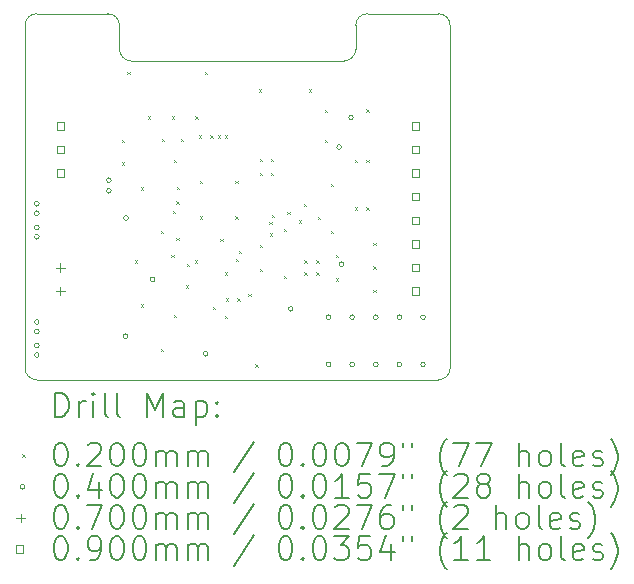
<source format=gbr>
%TF.GenerationSoftware,KiCad,Pcbnew,(6.0.10)*%
%TF.CreationDate,2024-02-10T14:34:57+01:00*%
%TF.ProjectId,TMC6300_HAL,544d4336-3330-4305-9f48-414c2e6b6963,rev?*%
%TF.SameCoordinates,Original*%
%TF.FileFunction,Drillmap*%
%TF.FilePolarity,Positive*%
%FSLAX45Y45*%
G04 Gerber Fmt 4.5, Leading zero omitted, Abs format (unit mm)*
G04 Created by KiCad (PCBNEW (6.0.10)) date 2024-02-10 14:34:57*
%MOMM*%
%LPD*%
G01*
G04 APERTURE LIST*
%ADD10C,0.050000*%
%ADD11C,0.200000*%
%ADD12C,0.020000*%
%ADD13C,0.040000*%
%ADD14C,0.070000*%
%ADD15C,0.090000*%
G04 APERTURE END LIST*
D10*
X21400000Y-5300000D02*
X20800000Y-5300000D01*
X21500000Y-5600000D02*
X21500000Y-5400000D01*
X23400000Y-5700000D02*
X21600000Y-5700000D01*
X23600000Y-5300000D02*
X23700000Y-5300000D01*
X23500000Y-5600000D02*
X23500000Y-5400000D01*
X23400000Y-5700000D02*
G75*
G03*
X23500000Y-5600000I0J100000D01*
G01*
X21500000Y-5600000D02*
G75*
G03*
X21600000Y-5700000I100000J0D01*
G01*
X21500000Y-5400000D02*
G75*
G03*
X21400000Y-5300000I-100000J0D01*
G01*
X23600000Y-5300000D02*
G75*
G03*
X23500000Y-5400000I0J-100000D01*
G01*
X24200000Y-8400000D02*
G75*
G03*
X24300000Y-8300000I0J100000D01*
G01*
X20700000Y-8300000D02*
G75*
G03*
X20800000Y-8400000I100000J0D01*
G01*
X24300000Y-5400000D02*
G75*
G03*
X24200000Y-5300000I-100000J0D01*
G01*
X20800000Y-5300000D02*
G75*
G03*
X20700000Y-5400000I0J-100000D01*
G01*
X24200000Y-5300000D02*
X23700000Y-5300000D01*
X24300000Y-8300000D02*
X24300000Y-5400000D01*
X20700000Y-5400000D02*
X20700000Y-8300000D01*
X20800000Y-8400000D02*
X24200000Y-8400000D01*
D11*
D12*
X21520000Y-6370000D02*
X21540000Y-6390000D01*
X21540000Y-6370000D02*
X21520000Y-6390000D01*
X21520000Y-6560000D02*
X21540000Y-6580000D01*
X21540000Y-6560000D02*
X21520000Y-6580000D01*
X21565000Y-5795000D02*
X21585000Y-5815000D01*
X21585000Y-5795000D02*
X21565000Y-5815000D01*
X21630000Y-7390000D02*
X21650000Y-7410000D01*
X21650000Y-7390000D02*
X21630000Y-7410000D01*
X21680000Y-6770000D02*
X21700000Y-6790000D01*
X21700000Y-6770000D02*
X21680000Y-6790000D01*
X21680000Y-7760000D02*
X21700000Y-7780000D01*
X21700000Y-7760000D02*
X21680000Y-7780000D01*
X21741000Y-6169000D02*
X21761000Y-6189000D01*
X21761000Y-6169000D02*
X21741000Y-6189000D01*
X21850000Y-7140000D02*
X21870000Y-7160000D01*
X21870000Y-7140000D02*
X21850000Y-7160000D01*
X21850000Y-8140000D02*
X21870000Y-8160000D01*
X21870000Y-8140000D02*
X21850000Y-8160000D01*
X21860000Y-6360000D02*
X21880000Y-6380000D01*
X21880000Y-6360000D02*
X21860000Y-6380000D01*
X21940000Y-7340000D02*
X21960000Y-7360000D01*
X21960000Y-7340000D02*
X21940000Y-7360000D01*
X21941000Y-6169000D02*
X21961000Y-6189000D01*
X21961000Y-6169000D02*
X21941000Y-6189000D01*
X21950000Y-6970000D02*
X21970000Y-6990000D01*
X21970000Y-6970000D02*
X21950000Y-6990000D01*
X21960000Y-6540000D02*
X21980000Y-6560000D01*
X21980000Y-6540000D02*
X21960000Y-6560000D01*
X21960000Y-7850000D02*
X21980000Y-7870000D01*
X21980000Y-7850000D02*
X21960000Y-7870000D01*
X21980000Y-6890000D02*
X22000000Y-6910000D01*
X22000000Y-6890000D02*
X21980000Y-6910000D01*
X21980000Y-7200000D02*
X22000000Y-7220000D01*
X22000000Y-7200000D02*
X21980000Y-7220000D01*
X21985000Y-6765000D02*
X22005000Y-6785000D01*
X22005000Y-6765000D02*
X21985000Y-6785000D01*
X22020000Y-6360000D02*
X22040000Y-6380000D01*
X22040000Y-6360000D02*
X22020000Y-6380000D01*
X22060000Y-7600000D02*
X22080000Y-7620000D01*
X22080000Y-7600000D02*
X22060000Y-7620000D01*
X22070000Y-7420000D02*
X22090000Y-7440000D01*
X22090000Y-7420000D02*
X22070000Y-7440000D01*
X22140000Y-7390000D02*
X22160000Y-7410000D01*
X22160000Y-7390000D02*
X22140000Y-7410000D01*
X22141000Y-6169000D02*
X22161000Y-6189000D01*
X22161000Y-6169000D02*
X22141000Y-6189000D01*
X22170000Y-6330000D02*
X22190000Y-6350000D01*
X22190000Y-6330000D02*
X22170000Y-6350000D01*
X22180000Y-6715000D02*
X22200000Y-6735000D01*
X22200000Y-6715000D02*
X22180000Y-6735000D01*
X22180000Y-7015000D02*
X22200000Y-7035000D01*
X22200000Y-7015000D02*
X22180000Y-7035000D01*
X22220000Y-5795000D02*
X22240000Y-5815000D01*
X22240000Y-5795000D02*
X22220000Y-5815000D01*
X22270000Y-6330000D02*
X22290000Y-6350000D01*
X22290000Y-6330000D02*
X22270000Y-6350000D01*
X22290000Y-7780000D02*
X22310000Y-7800000D01*
X22310000Y-7780000D02*
X22290000Y-7800000D01*
X22330000Y-6330000D02*
X22350000Y-6350000D01*
X22350000Y-6330000D02*
X22330000Y-6350000D01*
X22355000Y-7205000D02*
X22375000Y-7225000D01*
X22375000Y-7205000D02*
X22355000Y-7225000D01*
X22390000Y-6330000D02*
X22410000Y-6350000D01*
X22410000Y-6330000D02*
X22390000Y-6350000D01*
X22390000Y-7490000D02*
X22410000Y-7510000D01*
X22410000Y-7490000D02*
X22390000Y-7510000D01*
X22390000Y-7860000D02*
X22410000Y-7880000D01*
X22410000Y-7860000D02*
X22390000Y-7880000D01*
X22402000Y-7710000D02*
X22422000Y-7730000D01*
X22422000Y-7710000D02*
X22402000Y-7730000D01*
X22480000Y-6715000D02*
X22500000Y-6735000D01*
X22500000Y-6715000D02*
X22480000Y-6735000D01*
X22480000Y-7015000D02*
X22500000Y-7035000D01*
X22500000Y-7015000D02*
X22480000Y-7035000D01*
X22485000Y-7375000D02*
X22505000Y-7395000D01*
X22505000Y-7375000D02*
X22485000Y-7395000D01*
X22498000Y-7710000D02*
X22518000Y-7730000D01*
X22518000Y-7710000D02*
X22498000Y-7730000D01*
X22510000Y-7310000D02*
X22530000Y-7330000D01*
X22530000Y-7310000D02*
X22510000Y-7330000D01*
X22590000Y-7670000D02*
X22610000Y-7690000D01*
X22610000Y-7670000D02*
X22590000Y-7690000D01*
X22650000Y-8270000D02*
X22670000Y-8290000D01*
X22670000Y-8270000D02*
X22650000Y-8290000D01*
X22681000Y-5940000D02*
X22701000Y-5960000D01*
X22701000Y-5940000D02*
X22681000Y-5960000D01*
X22690000Y-6530000D02*
X22710000Y-6550000D01*
X22710000Y-6530000D02*
X22690000Y-6550000D01*
X22690000Y-6650000D02*
X22710000Y-6670000D01*
X22710000Y-6650000D02*
X22690000Y-6670000D01*
X22690000Y-7260000D02*
X22710000Y-7280000D01*
X22710000Y-7260000D02*
X22690000Y-7280000D01*
X22690000Y-7460000D02*
X22710000Y-7480000D01*
X22710000Y-7460000D02*
X22690000Y-7480000D01*
X22770000Y-7065000D02*
X22790000Y-7085000D01*
X22790000Y-7065000D02*
X22770000Y-7085000D01*
X22771000Y-7161000D02*
X22791000Y-7181000D01*
X22791000Y-7161000D02*
X22771000Y-7181000D01*
X22780000Y-6530000D02*
X22800000Y-6550000D01*
X22800000Y-6530000D02*
X22780000Y-6550000D01*
X22780000Y-6650000D02*
X22800000Y-6670000D01*
X22800000Y-6650000D02*
X22780000Y-6670000D01*
X22790000Y-7005000D02*
X22810000Y-7025000D01*
X22810000Y-7005000D02*
X22790000Y-7025000D01*
X22890000Y-7120000D02*
X22910000Y-7140000D01*
X22910000Y-7120000D02*
X22890000Y-7140000D01*
X22890000Y-7520000D02*
X22910000Y-7540000D01*
X22910000Y-7520000D02*
X22890000Y-7540000D01*
X22920000Y-6980000D02*
X22940000Y-7000000D01*
X22940000Y-6980000D02*
X22920000Y-7000000D01*
X23020000Y-7050000D02*
X23040000Y-7070000D01*
X23040000Y-7050000D02*
X23020000Y-7070000D01*
X23060000Y-6910000D02*
X23080000Y-6930000D01*
X23080000Y-6910000D02*
X23060000Y-6930000D01*
X23065000Y-7390000D02*
X23085000Y-7410000D01*
X23085000Y-7390000D02*
X23065000Y-7410000D01*
X23065000Y-7490000D02*
X23085000Y-7510000D01*
X23085000Y-7490000D02*
X23065000Y-7510000D01*
X23101000Y-5940000D02*
X23121000Y-5960000D01*
X23121000Y-5940000D02*
X23101000Y-5960000D01*
X23165000Y-7390000D02*
X23185000Y-7410000D01*
X23185000Y-7390000D02*
X23165000Y-7410000D01*
X23165000Y-7490000D02*
X23185000Y-7510000D01*
X23185000Y-7490000D02*
X23165000Y-7510000D01*
X23180000Y-7020000D02*
X23200000Y-7040000D01*
X23200000Y-7020000D02*
X23180000Y-7040000D01*
X23240000Y-6113000D02*
X23260000Y-6133000D01*
X23260000Y-6113000D02*
X23240000Y-6133000D01*
X23240000Y-6367000D02*
X23260000Y-6387000D01*
X23260000Y-6367000D02*
X23240000Y-6387000D01*
X23290000Y-6740000D02*
X23310000Y-6760000D01*
X23310000Y-6740000D02*
X23290000Y-6760000D01*
X23290000Y-7140000D02*
X23310000Y-7160000D01*
X23310000Y-7140000D02*
X23290000Y-7160000D01*
X23330000Y-7340000D02*
X23350000Y-7360000D01*
X23350000Y-7340000D02*
X23330000Y-7360000D01*
X23330000Y-7540000D02*
X23350000Y-7560000D01*
X23350000Y-7540000D02*
X23330000Y-7560000D01*
X23490000Y-6540000D02*
X23510000Y-6560000D01*
X23510000Y-6540000D02*
X23490000Y-6560000D01*
X23490000Y-6940000D02*
X23510000Y-6960000D01*
X23510000Y-6940000D02*
X23490000Y-6960000D01*
X23590000Y-6110000D02*
X23610000Y-6130000D01*
X23610000Y-6110000D02*
X23590000Y-6130000D01*
X23590000Y-6540000D02*
X23610000Y-6560000D01*
X23610000Y-6540000D02*
X23590000Y-6560000D01*
X23590000Y-6940000D02*
X23610000Y-6960000D01*
X23610000Y-6940000D02*
X23590000Y-6960000D01*
X23650000Y-7240000D02*
X23670000Y-7260000D01*
X23670000Y-7240000D02*
X23650000Y-7260000D01*
X23650000Y-7440000D02*
X23670000Y-7460000D01*
X23670000Y-7440000D02*
X23650000Y-7460000D01*
X23650000Y-7640000D02*
X23670000Y-7660000D01*
X23670000Y-7640000D02*
X23650000Y-7660000D01*
D13*
X20820000Y-6910000D02*
G75*
G03*
X20820000Y-6910000I-20000J0D01*
G01*
X20820000Y-6990000D02*
G75*
G03*
X20820000Y-6990000I-20000J0D01*
G01*
X20820000Y-7110000D02*
G75*
G03*
X20820000Y-7110000I-20000J0D01*
G01*
X20820000Y-7190000D02*
G75*
G03*
X20820000Y-7190000I-20000J0D01*
G01*
X20820000Y-7910000D02*
G75*
G03*
X20820000Y-7910000I-20000J0D01*
G01*
X20820000Y-7990000D02*
G75*
G03*
X20820000Y-7990000I-20000J0D01*
G01*
X20820000Y-8110000D02*
G75*
G03*
X20820000Y-8110000I-20000J0D01*
G01*
X20820000Y-8190000D02*
G75*
G03*
X20820000Y-8190000I-20000J0D01*
G01*
X21430000Y-6710000D02*
G75*
G03*
X21430000Y-6710000I-20000J0D01*
G01*
X21430000Y-6800000D02*
G75*
G03*
X21430000Y-6800000I-20000J0D01*
G01*
X21570000Y-8030000D02*
G75*
G03*
X21570000Y-8030000I-20000J0D01*
G01*
X21575000Y-7030000D02*
G75*
G03*
X21575000Y-7030000I-20000J0D01*
G01*
X21800000Y-7550000D02*
G75*
G03*
X21800000Y-7550000I-20000J0D01*
G01*
X22250000Y-8180000D02*
G75*
G03*
X22250000Y-8180000I-20000J0D01*
G01*
X22970000Y-7800000D02*
G75*
G03*
X22970000Y-7800000I-20000J0D01*
G01*
X23290000Y-7870000D02*
G75*
G03*
X23290000Y-7870000I-20000J0D01*
G01*
X23290000Y-8270000D02*
G75*
G03*
X23290000Y-8270000I-20000J0D01*
G01*
X23380000Y-6430000D02*
G75*
G03*
X23380000Y-6430000I-20000J0D01*
G01*
X23400000Y-7420000D02*
G75*
G03*
X23400000Y-7420000I-20000J0D01*
G01*
X23480000Y-6180000D02*
G75*
G03*
X23480000Y-6180000I-20000J0D01*
G01*
X23490000Y-7870000D02*
G75*
G03*
X23490000Y-7870000I-20000J0D01*
G01*
X23490000Y-8270000D02*
G75*
G03*
X23490000Y-8270000I-20000J0D01*
G01*
X23690000Y-7870000D02*
G75*
G03*
X23690000Y-7870000I-20000J0D01*
G01*
X23690000Y-8270000D02*
G75*
G03*
X23690000Y-8270000I-20000J0D01*
G01*
X23890000Y-7870000D02*
G75*
G03*
X23890000Y-7870000I-20000J0D01*
G01*
X23890000Y-8270000D02*
G75*
G03*
X23890000Y-8270000I-20000J0D01*
G01*
X24090000Y-7870000D02*
G75*
G03*
X24090000Y-7870000I-20000J0D01*
G01*
X24090000Y-8270000D02*
G75*
G03*
X24090000Y-8270000I-20000J0D01*
G01*
D14*
X21000000Y-7415000D02*
X21000000Y-7485000D01*
X20965000Y-7450000D02*
X21035000Y-7450000D01*
X21000000Y-7615000D02*
X21000000Y-7685000D01*
X20965000Y-7650000D02*
X21035000Y-7650000D01*
D15*
X21031820Y-6281820D02*
X21031820Y-6218180D01*
X20968180Y-6218180D01*
X20968180Y-6281820D01*
X21031820Y-6281820D01*
X21031820Y-6481820D02*
X21031820Y-6418180D01*
X20968180Y-6418180D01*
X20968180Y-6481820D01*
X21031820Y-6481820D01*
X21031820Y-6681820D02*
X21031820Y-6618180D01*
X20968180Y-6618180D01*
X20968180Y-6681820D01*
X21031820Y-6681820D01*
X24036820Y-6281820D02*
X24036820Y-6218180D01*
X23973180Y-6218180D01*
X23973180Y-6281820D01*
X24036820Y-6281820D01*
X24036820Y-6481820D02*
X24036820Y-6418180D01*
X23973180Y-6418180D01*
X23973180Y-6481820D01*
X24036820Y-6481820D01*
X24036820Y-6681820D02*
X24036820Y-6618180D01*
X23973180Y-6618180D01*
X23973180Y-6681820D01*
X24036820Y-6681820D01*
X24036820Y-6881820D02*
X24036820Y-6818180D01*
X23973180Y-6818180D01*
X23973180Y-6881820D01*
X24036820Y-6881820D01*
X24036820Y-7081820D02*
X24036820Y-7018180D01*
X23973180Y-7018180D01*
X23973180Y-7081820D01*
X24036820Y-7081820D01*
X24036820Y-7281820D02*
X24036820Y-7218180D01*
X23973180Y-7218180D01*
X23973180Y-7281820D01*
X24036820Y-7281820D01*
X24036820Y-7481820D02*
X24036820Y-7418180D01*
X23973180Y-7418180D01*
X23973180Y-7481820D01*
X24036820Y-7481820D01*
X24036820Y-7681820D02*
X24036820Y-7618180D01*
X23973180Y-7618180D01*
X23973180Y-7681820D01*
X24036820Y-7681820D01*
D11*
X20955119Y-8712976D02*
X20955119Y-8512976D01*
X21002738Y-8512976D01*
X21031310Y-8522500D01*
X21050357Y-8541548D01*
X21059881Y-8560595D01*
X21069405Y-8598690D01*
X21069405Y-8627262D01*
X21059881Y-8665357D01*
X21050357Y-8684405D01*
X21031310Y-8703452D01*
X21002738Y-8712976D01*
X20955119Y-8712976D01*
X21155119Y-8712976D02*
X21155119Y-8579643D01*
X21155119Y-8617738D02*
X21164643Y-8598690D01*
X21174167Y-8589167D01*
X21193214Y-8579643D01*
X21212262Y-8579643D01*
X21278929Y-8712976D02*
X21278929Y-8579643D01*
X21278929Y-8512976D02*
X21269405Y-8522500D01*
X21278929Y-8532024D01*
X21288452Y-8522500D01*
X21278929Y-8512976D01*
X21278929Y-8532024D01*
X21402738Y-8712976D02*
X21383690Y-8703452D01*
X21374167Y-8684405D01*
X21374167Y-8512976D01*
X21507500Y-8712976D02*
X21488452Y-8703452D01*
X21478929Y-8684405D01*
X21478929Y-8512976D01*
X21736071Y-8712976D02*
X21736071Y-8512976D01*
X21802738Y-8655833D01*
X21869405Y-8512976D01*
X21869405Y-8712976D01*
X22050357Y-8712976D02*
X22050357Y-8608214D01*
X22040833Y-8589167D01*
X22021786Y-8579643D01*
X21983690Y-8579643D01*
X21964643Y-8589167D01*
X22050357Y-8703452D02*
X22031310Y-8712976D01*
X21983690Y-8712976D01*
X21964643Y-8703452D01*
X21955119Y-8684405D01*
X21955119Y-8665357D01*
X21964643Y-8646310D01*
X21983690Y-8636786D01*
X22031310Y-8636786D01*
X22050357Y-8627262D01*
X22145595Y-8579643D02*
X22145595Y-8779643D01*
X22145595Y-8589167D02*
X22164643Y-8579643D01*
X22202738Y-8579643D01*
X22221786Y-8589167D01*
X22231310Y-8598690D01*
X22240833Y-8617738D01*
X22240833Y-8674881D01*
X22231310Y-8693929D01*
X22221786Y-8703452D01*
X22202738Y-8712976D01*
X22164643Y-8712976D01*
X22145595Y-8703452D01*
X22326548Y-8693929D02*
X22336071Y-8703452D01*
X22326548Y-8712976D01*
X22317024Y-8703452D01*
X22326548Y-8693929D01*
X22326548Y-8712976D01*
X22326548Y-8589167D02*
X22336071Y-8598690D01*
X22326548Y-8608214D01*
X22317024Y-8598690D01*
X22326548Y-8589167D01*
X22326548Y-8608214D01*
D12*
X20677500Y-9032500D02*
X20697500Y-9052500D01*
X20697500Y-9032500D02*
X20677500Y-9052500D01*
D11*
X20993214Y-8932976D02*
X21012262Y-8932976D01*
X21031310Y-8942500D01*
X21040833Y-8952024D01*
X21050357Y-8971071D01*
X21059881Y-9009167D01*
X21059881Y-9056786D01*
X21050357Y-9094881D01*
X21040833Y-9113929D01*
X21031310Y-9123452D01*
X21012262Y-9132976D01*
X20993214Y-9132976D01*
X20974167Y-9123452D01*
X20964643Y-9113929D01*
X20955119Y-9094881D01*
X20945595Y-9056786D01*
X20945595Y-9009167D01*
X20955119Y-8971071D01*
X20964643Y-8952024D01*
X20974167Y-8942500D01*
X20993214Y-8932976D01*
X21145595Y-9113929D02*
X21155119Y-9123452D01*
X21145595Y-9132976D01*
X21136071Y-9123452D01*
X21145595Y-9113929D01*
X21145595Y-9132976D01*
X21231310Y-8952024D02*
X21240833Y-8942500D01*
X21259881Y-8932976D01*
X21307500Y-8932976D01*
X21326548Y-8942500D01*
X21336071Y-8952024D01*
X21345595Y-8971071D01*
X21345595Y-8990119D01*
X21336071Y-9018690D01*
X21221786Y-9132976D01*
X21345595Y-9132976D01*
X21469405Y-8932976D02*
X21488452Y-8932976D01*
X21507500Y-8942500D01*
X21517024Y-8952024D01*
X21526548Y-8971071D01*
X21536071Y-9009167D01*
X21536071Y-9056786D01*
X21526548Y-9094881D01*
X21517024Y-9113929D01*
X21507500Y-9123452D01*
X21488452Y-9132976D01*
X21469405Y-9132976D01*
X21450357Y-9123452D01*
X21440833Y-9113929D01*
X21431310Y-9094881D01*
X21421786Y-9056786D01*
X21421786Y-9009167D01*
X21431310Y-8971071D01*
X21440833Y-8952024D01*
X21450357Y-8942500D01*
X21469405Y-8932976D01*
X21659881Y-8932976D02*
X21678929Y-8932976D01*
X21697976Y-8942500D01*
X21707500Y-8952024D01*
X21717024Y-8971071D01*
X21726548Y-9009167D01*
X21726548Y-9056786D01*
X21717024Y-9094881D01*
X21707500Y-9113929D01*
X21697976Y-9123452D01*
X21678929Y-9132976D01*
X21659881Y-9132976D01*
X21640833Y-9123452D01*
X21631310Y-9113929D01*
X21621786Y-9094881D01*
X21612262Y-9056786D01*
X21612262Y-9009167D01*
X21621786Y-8971071D01*
X21631310Y-8952024D01*
X21640833Y-8942500D01*
X21659881Y-8932976D01*
X21812262Y-9132976D02*
X21812262Y-8999643D01*
X21812262Y-9018690D02*
X21821786Y-9009167D01*
X21840833Y-8999643D01*
X21869405Y-8999643D01*
X21888452Y-9009167D01*
X21897976Y-9028214D01*
X21897976Y-9132976D01*
X21897976Y-9028214D02*
X21907500Y-9009167D01*
X21926548Y-8999643D01*
X21955119Y-8999643D01*
X21974167Y-9009167D01*
X21983690Y-9028214D01*
X21983690Y-9132976D01*
X22078929Y-9132976D02*
X22078929Y-8999643D01*
X22078929Y-9018690D02*
X22088452Y-9009167D01*
X22107500Y-8999643D01*
X22136071Y-8999643D01*
X22155119Y-9009167D01*
X22164643Y-9028214D01*
X22164643Y-9132976D01*
X22164643Y-9028214D02*
X22174167Y-9009167D01*
X22193214Y-8999643D01*
X22221786Y-8999643D01*
X22240833Y-9009167D01*
X22250357Y-9028214D01*
X22250357Y-9132976D01*
X22640833Y-8923452D02*
X22469405Y-9180595D01*
X22897976Y-8932976D02*
X22917024Y-8932976D01*
X22936071Y-8942500D01*
X22945595Y-8952024D01*
X22955119Y-8971071D01*
X22964643Y-9009167D01*
X22964643Y-9056786D01*
X22955119Y-9094881D01*
X22945595Y-9113929D01*
X22936071Y-9123452D01*
X22917024Y-9132976D01*
X22897976Y-9132976D01*
X22878928Y-9123452D01*
X22869405Y-9113929D01*
X22859881Y-9094881D01*
X22850357Y-9056786D01*
X22850357Y-9009167D01*
X22859881Y-8971071D01*
X22869405Y-8952024D01*
X22878928Y-8942500D01*
X22897976Y-8932976D01*
X23050357Y-9113929D02*
X23059881Y-9123452D01*
X23050357Y-9132976D01*
X23040833Y-9123452D01*
X23050357Y-9113929D01*
X23050357Y-9132976D01*
X23183690Y-8932976D02*
X23202738Y-8932976D01*
X23221786Y-8942500D01*
X23231309Y-8952024D01*
X23240833Y-8971071D01*
X23250357Y-9009167D01*
X23250357Y-9056786D01*
X23240833Y-9094881D01*
X23231309Y-9113929D01*
X23221786Y-9123452D01*
X23202738Y-9132976D01*
X23183690Y-9132976D01*
X23164643Y-9123452D01*
X23155119Y-9113929D01*
X23145595Y-9094881D01*
X23136071Y-9056786D01*
X23136071Y-9009167D01*
X23145595Y-8971071D01*
X23155119Y-8952024D01*
X23164643Y-8942500D01*
X23183690Y-8932976D01*
X23374167Y-8932976D02*
X23393214Y-8932976D01*
X23412262Y-8942500D01*
X23421786Y-8952024D01*
X23431309Y-8971071D01*
X23440833Y-9009167D01*
X23440833Y-9056786D01*
X23431309Y-9094881D01*
X23421786Y-9113929D01*
X23412262Y-9123452D01*
X23393214Y-9132976D01*
X23374167Y-9132976D01*
X23355119Y-9123452D01*
X23345595Y-9113929D01*
X23336071Y-9094881D01*
X23326548Y-9056786D01*
X23326548Y-9009167D01*
X23336071Y-8971071D01*
X23345595Y-8952024D01*
X23355119Y-8942500D01*
X23374167Y-8932976D01*
X23507500Y-8932976D02*
X23640833Y-8932976D01*
X23555119Y-9132976D01*
X23726548Y-9132976D02*
X23764643Y-9132976D01*
X23783690Y-9123452D01*
X23793214Y-9113929D01*
X23812262Y-9085357D01*
X23821786Y-9047262D01*
X23821786Y-8971071D01*
X23812262Y-8952024D01*
X23802738Y-8942500D01*
X23783690Y-8932976D01*
X23745595Y-8932976D01*
X23726548Y-8942500D01*
X23717024Y-8952024D01*
X23707500Y-8971071D01*
X23707500Y-9018690D01*
X23717024Y-9037738D01*
X23726548Y-9047262D01*
X23745595Y-9056786D01*
X23783690Y-9056786D01*
X23802738Y-9047262D01*
X23812262Y-9037738D01*
X23821786Y-9018690D01*
X23897976Y-8932976D02*
X23897976Y-8971071D01*
X23974167Y-8932976D02*
X23974167Y-8971071D01*
X24269405Y-9209167D02*
X24259881Y-9199643D01*
X24240833Y-9171071D01*
X24231309Y-9152024D01*
X24221786Y-9123452D01*
X24212262Y-9075833D01*
X24212262Y-9037738D01*
X24221786Y-8990119D01*
X24231309Y-8961548D01*
X24240833Y-8942500D01*
X24259881Y-8913929D01*
X24269405Y-8904405D01*
X24326548Y-8932976D02*
X24459881Y-8932976D01*
X24374167Y-9132976D01*
X24517024Y-8932976D02*
X24650357Y-8932976D01*
X24564643Y-9132976D01*
X24878928Y-9132976D02*
X24878928Y-8932976D01*
X24964643Y-9132976D02*
X24964643Y-9028214D01*
X24955119Y-9009167D01*
X24936071Y-8999643D01*
X24907500Y-8999643D01*
X24888452Y-9009167D01*
X24878928Y-9018690D01*
X25088452Y-9132976D02*
X25069405Y-9123452D01*
X25059881Y-9113929D01*
X25050357Y-9094881D01*
X25050357Y-9037738D01*
X25059881Y-9018690D01*
X25069405Y-9009167D01*
X25088452Y-8999643D01*
X25117024Y-8999643D01*
X25136071Y-9009167D01*
X25145595Y-9018690D01*
X25155119Y-9037738D01*
X25155119Y-9094881D01*
X25145595Y-9113929D01*
X25136071Y-9123452D01*
X25117024Y-9132976D01*
X25088452Y-9132976D01*
X25269405Y-9132976D02*
X25250357Y-9123452D01*
X25240833Y-9104405D01*
X25240833Y-8932976D01*
X25421786Y-9123452D02*
X25402738Y-9132976D01*
X25364643Y-9132976D01*
X25345595Y-9123452D01*
X25336071Y-9104405D01*
X25336071Y-9028214D01*
X25345595Y-9009167D01*
X25364643Y-8999643D01*
X25402738Y-8999643D01*
X25421786Y-9009167D01*
X25431309Y-9028214D01*
X25431309Y-9047262D01*
X25336071Y-9066310D01*
X25507500Y-9123452D02*
X25526548Y-9132976D01*
X25564643Y-9132976D01*
X25583690Y-9123452D01*
X25593214Y-9104405D01*
X25593214Y-9094881D01*
X25583690Y-9075833D01*
X25564643Y-9066310D01*
X25536071Y-9066310D01*
X25517024Y-9056786D01*
X25507500Y-9037738D01*
X25507500Y-9028214D01*
X25517024Y-9009167D01*
X25536071Y-8999643D01*
X25564643Y-8999643D01*
X25583690Y-9009167D01*
X25659881Y-9209167D02*
X25669405Y-9199643D01*
X25688452Y-9171071D01*
X25697976Y-9152024D01*
X25707500Y-9123452D01*
X25717024Y-9075833D01*
X25717024Y-9037738D01*
X25707500Y-8990119D01*
X25697976Y-8961548D01*
X25688452Y-8942500D01*
X25669405Y-8913929D01*
X25659881Y-8904405D01*
D13*
X20697500Y-9306500D02*
G75*
G03*
X20697500Y-9306500I-20000J0D01*
G01*
D11*
X20993214Y-9196976D02*
X21012262Y-9196976D01*
X21031310Y-9206500D01*
X21040833Y-9216024D01*
X21050357Y-9235071D01*
X21059881Y-9273167D01*
X21059881Y-9320786D01*
X21050357Y-9358881D01*
X21040833Y-9377929D01*
X21031310Y-9387452D01*
X21012262Y-9396976D01*
X20993214Y-9396976D01*
X20974167Y-9387452D01*
X20964643Y-9377929D01*
X20955119Y-9358881D01*
X20945595Y-9320786D01*
X20945595Y-9273167D01*
X20955119Y-9235071D01*
X20964643Y-9216024D01*
X20974167Y-9206500D01*
X20993214Y-9196976D01*
X21145595Y-9377929D02*
X21155119Y-9387452D01*
X21145595Y-9396976D01*
X21136071Y-9387452D01*
X21145595Y-9377929D01*
X21145595Y-9396976D01*
X21326548Y-9263643D02*
X21326548Y-9396976D01*
X21278929Y-9187452D02*
X21231310Y-9330310D01*
X21355119Y-9330310D01*
X21469405Y-9196976D02*
X21488452Y-9196976D01*
X21507500Y-9206500D01*
X21517024Y-9216024D01*
X21526548Y-9235071D01*
X21536071Y-9273167D01*
X21536071Y-9320786D01*
X21526548Y-9358881D01*
X21517024Y-9377929D01*
X21507500Y-9387452D01*
X21488452Y-9396976D01*
X21469405Y-9396976D01*
X21450357Y-9387452D01*
X21440833Y-9377929D01*
X21431310Y-9358881D01*
X21421786Y-9320786D01*
X21421786Y-9273167D01*
X21431310Y-9235071D01*
X21440833Y-9216024D01*
X21450357Y-9206500D01*
X21469405Y-9196976D01*
X21659881Y-9196976D02*
X21678929Y-9196976D01*
X21697976Y-9206500D01*
X21707500Y-9216024D01*
X21717024Y-9235071D01*
X21726548Y-9273167D01*
X21726548Y-9320786D01*
X21717024Y-9358881D01*
X21707500Y-9377929D01*
X21697976Y-9387452D01*
X21678929Y-9396976D01*
X21659881Y-9396976D01*
X21640833Y-9387452D01*
X21631310Y-9377929D01*
X21621786Y-9358881D01*
X21612262Y-9320786D01*
X21612262Y-9273167D01*
X21621786Y-9235071D01*
X21631310Y-9216024D01*
X21640833Y-9206500D01*
X21659881Y-9196976D01*
X21812262Y-9396976D02*
X21812262Y-9263643D01*
X21812262Y-9282690D02*
X21821786Y-9273167D01*
X21840833Y-9263643D01*
X21869405Y-9263643D01*
X21888452Y-9273167D01*
X21897976Y-9292214D01*
X21897976Y-9396976D01*
X21897976Y-9292214D02*
X21907500Y-9273167D01*
X21926548Y-9263643D01*
X21955119Y-9263643D01*
X21974167Y-9273167D01*
X21983690Y-9292214D01*
X21983690Y-9396976D01*
X22078929Y-9396976D02*
X22078929Y-9263643D01*
X22078929Y-9282690D02*
X22088452Y-9273167D01*
X22107500Y-9263643D01*
X22136071Y-9263643D01*
X22155119Y-9273167D01*
X22164643Y-9292214D01*
X22164643Y-9396976D01*
X22164643Y-9292214D02*
X22174167Y-9273167D01*
X22193214Y-9263643D01*
X22221786Y-9263643D01*
X22240833Y-9273167D01*
X22250357Y-9292214D01*
X22250357Y-9396976D01*
X22640833Y-9187452D02*
X22469405Y-9444595D01*
X22897976Y-9196976D02*
X22917024Y-9196976D01*
X22936071Y-9206500D01*
X22945595Y-9216024D01*
X22955119Y-9235071D01*
X22964643Y-9273167D01*
X22964643Y-9320786D01*
X22955119Y-9358881D01*
X22945595Y-9377929D01*
X22936071Y-9387452D01*
X22917024Y-9396976D01*
X22897976Y-9396976D01*
X22878928Y-9387452D01*
X22869405Y-9377929D01*
X22859881Y-9358881D01*
X22850357Y-9320786D01*
X22850357Y-9273167D01*
X22859881Y-9235071D01*
X22869405Y-9216024D01*
X22878928Y-9206500D01*
X22897976Y-9196976D01*
X23050357Y-9377929D02*
X23059881Y-9387452D01*
X23050357Y-9396976D01*
X23040833Y-9387452D01*
X23050357Y-9377929D01*
X23050357Y-9396976D01*
X23183690Y-9196976D02*
X23202738Y-9196976D01*
X23221786Y-9206500D01*
X23231309Y-9216024D01*
X23240833Y-9235071D01*
X23250357Y-9273167D01*
X23250357Y-9320786D01*
X23240833Y-9358881D01*
X23231309Y-9377929D01*
X23221786Y-9387452D01*
X23202738Y-9396976D01*
X23183690Y-9396976D01*
X23164643Y-9387452D01*
X23155119Y-9377929D01*
X23145595Y-9358881D01*
X23136071Y-9320786D01*
X23136071Y-9273167D01*
X23145595Y-9235071D01*
X23155119Y-9216024D01*
X23164643Y-9206500D01*
X23183690Y-9196976D01*
X23440833Y-9396976D02*
X23326548Y-9396976D01*
X23383690Y-9396976D02*
X23383690Y-9196976D01*
X23364643Y-9225548D01*
X23345595Y-9244595D01*
X23326548Y-9254119D01*
X23621786Y-9196976D02*
X23526548Y-9196976D01*
X23517024Y-9292214D01*
X23526548Y-9282690D01*
X23545595Y-9273167D01*
X23593214Y-9273167D01*
X23612262Y-9282690D01*
X23621786Y-9292214D01*
X23631309Y-9311262D01*
X23631309Y-9358881D01*
X23621786Y-9377929D01*
X23612262Y-9387452D01*
X23593214Y-9396976D01*
X23545595Y-9396976D01*
X23526548Y-9387452D01*
X23517024Y-9377929D01*
X23697976Y-9196976D02*
X23831309Y-9196976D01*
X23745595Y-9396976D01*
X23897976Y-9196976D02*
X23897976Y-9235071D01*
X23974167Y-9196976D02*
X23974167Y-9235071D01*
X24269405Y-9473167D02*
X24259881Y-9463643D01*
X24240833Y-9435071D01*
X24231309Y-9416024D01*
X24221786Y-9387452D01*
X24212262Y-9339833D01*
X24212262Y-9301738D01*
X24221786Y-9254119D01*
X24231309Y-9225548D01*
X24240833Y-9206500D01*
X24259881Y-9177929D01*
X24269405Y-9168405D01*
X24336071Y-9216024D02*
X24345595Y-9206500D01*
X24364643Y-9196976D01*
X24412262Y-9196976D01*
X24431309Y-9206500D01*
X24440833Y-9216024D01*
X24450357Y-9235071D01*
X24450357Y-9254119D01*
X24440833Y-9282690D01*
X24326548Y-9396976D01*
X24450357Y-9396976D01*
X24564643Y-9282690D02*
X24545595Y-9273167D01*
X24536071Y-9263643D01*
X24526548Y-9244595D01*
X24526548Y-9235071D01*
X24536071Y-9216024D01*
X24545595Y-9206500D01*
X24564643Y-9196976D01*
X24602738Y-9196976D01*
X24621786Y-9206500D01*
X24631309Y-9216024D01*
X24640833Y-9235071D01*
X24640833Y-9244595D01*
X24631309Y-9263643D01*
X24621786Y-9273167D01*
X24602738Y-9282690D01*
X24564643Y-9282690D01*
X24545595Y-9292214D01*
X24536071Y-9301738D01*
X24526548Y-9320786D01*
X24526548Y-9358881D01*
X24536071Y-9377929D01*
X24545595Y-9387452D01*
X24564643Y-9396976D01*
X24602738Y-9396976D01*
X24621786Y-9387452D01*
X24631309Y-9377929D01*
X24640833Y-9358881D01*
X24640833Y-9320786D01*
X24631309Y-9301738D01*
X24621786Y-9292214D01*
X24602738Y-9282690D01*
X24878928Y-9396976D02*
X24878928Y-9196976D01*
X24964643Y-9396976D02*
X24964643Y-9292214D01*
X24955119Y-9273167D01*
X24936071Y-9263643D01*
X24907500Y-9263643D01*
X24888452Y-9273167D01*
X24878928Y-9282690D01*
X25088452Y-9396976D02*
X25069405Y-9387452D01*
X25059881Y-9377929D01*
X25050357Y-9358881D01*
X25050357Y-9301738D01*
X25059881Y-9282690D01*
X25069405Y-9273167D01*
X25088452Y-9263643D01*
X25117024Y-9263643D01*
X25136071Y-9273167D01*
X25145595Y-9282690D01*
X25155119Y-9301738D01*
X25155119Y-9358881D01*
X25145595Y-9377929D01*
X25136071Y-9387452D01*
X25117024Y-9396976D01*
X25088452Y-9396976D01*
X25269405Y-9396976D02*
X25250357Y-9387452D01*
X25240833Y-9368405D01*
X25240833Y-9196976D01*
X25421786Y-9387452D02*
X25402738Y-9396976D01*
X25364643Y-9396976D01*
X25345595Y-9387452D01*
X25336071Y-9368405D01*
X25336071Y-9292214D01*
X25345595Y-9273167D01*
X25364643Y-9263643D01*
X25402738Y-9263643D01*
X25421786Y-9273167D01*
X25431309Y-9292214D01*
X25431309Y-9311262D01*
X25336071Y-9330310D01*
X25507500Y-9387452D02*
X25526548Y-9396976D01*
X25564643Y-9396976D01*
X25583690Y-9387452D01*
X25593214Y-9368405D01*
X25593214Y-9358881D01*
X25583690Y-9339833D01*
X25564643Y-9330310D01*
X25536071Y-9330310D01*
X25517024Y-9320786D01*
X25507500Y-9301738D01*
X25507500Y-9292214D01*
X25517024Y-9273167D01*
X25536071Y-9263643D01*
X25564643Y-9263643D01*
X25583690Y-9273167D01*
X25659881Y-9473167D02*
X25669405Y-9463643D01*
X25688452Y-9435071D01*
X25697976Y-9416024D01*
X25707500Y-9387452D01*
X25717024Y-9339833D01*
X25717024Y-9301738D01*
X25707500Y-9254119D01*
X25697976Y-9225548D01*
X25688452Y-9206500D01*
X25669405Y-9177929D01*
X25659881Y-9168405D01*
D14*
X20662500Y-9535500D02*
X20662500Y-9605500D01*
X20627500Y-9570500D02*
X20697500Y-9570500D01*
D11*
X20993214Y-9460976D02*
X21012262Y-9460976D01*
X21031310Y-9470500D01*
X21040833Y-9480024D01*
X21050357Y-9499071D01*
X21059881Y-9537167D01*
X21059881Y-9584786D01*
X21050357Y-9622881D01*
X21040833Y-9641929D01*
X21031310Y-9651452D01*
X21012262Y-9660976D01*
X20993214Y-9660976D01*
X20974167Y-9651452D01*
X20964643Y-9641929D01*
X20955119Y-9622881D01*
X20945595Y-9584786D01*
X20945595Y-9537167D01*
X20955119Y-9499071D01*
X20964643Y-9480024D01*
X20974167Y-9470500D01*
X20993214Y-9460976D01*
X21145595Y-9641929D02*
X21155119Y-9651452D01*
X21145595Y-9660976D01*
X21136071Y-9651452D01*
X21145595Y-9641929D01*
X21145595Y-9660976D01*
X21221786Y-9460976D02*
X21355119Y-9460976D01*
X21269405Y-9660976D01*
X21469405Y-9460976D02*
X21488452Y-9460976D01*
X21507500Y-9470500D01*
X21517024Y-9480024D01*
X21526548Y-9499071D01*
X21536071Y-9537167D01*
X21536071Y-9584786D01*
X21526548Y-9622881D01*
X21517024Y-9641929D01*
X21507500Y-9651452D01*
X21488452Y-9660976D01*
X21469405Y-9660976D01*
X21450357Y-9651452D01*
X21440833Y-9641929D01*
X21431310Y-9622881D01*
X21421786Y-9584786D01*
X21421786Y-9537167D01*
X21431310Y-9499071D01*
X21440833Y-9480024D01*
X21450357Y-9470500D01*
X21469405Y-9460976D01*
X21659881Y-9460976D02*
X21678929Y-9460976D01*
X21697976Y-9470500D01*
X21707500Y-9480024D01*
X21717024Y-9499071D01*
X21726548Y-9537167D01*
X21726548Y-9584786D01*
X21717024Y-9622881D01*
X21707500Y-9641929D01*
X21697976Y-9651452D01*
X21678929Y-9660976D01*
X21659881Y-9660976D01*
X21640833Y-9651452D01*
X21631310Y-9641929D01*
X21621786Y-9622881D01*
X21612262Y-9584786D01*
X21612262Y-9537167D01*
X21621786Y-9499071D01*
X21631310Y-9480024D01*
X21640833Y-9470500D01*
X21659881Y-9460976D01*
X21812262Y-9660976D02*
X21812262Y-9527643D01*
X21812262Y-9546690D02*
X21821786Y-9537167D01*
X21840833Y-9527643D01*
X21869405Y-9527643D01*
X21888452Y-9537167D01*
X21897976Y-9556214D01*
X21897976Y-9660976D01*
X21897976Y-9556214D02*
X21907500Y-9537167D01*
X21926548Y-9527643D01*
X21955119Y-9527643D01*
X21974167Y-9537167D01*
X21983690Y-9556214D01*
X21983690Y-9660976D01*
X22078929Y-9660976D02*
X22078929Y-9527643D01*
X22078929Y-9546690D02*
X22088452Y-9537167D01*
X22107500Y-9527643D01*
X22136071Y-9527643D01*
X22155119Y-9537167D01*
X22164643Y-9556214D01*
X22164643Y-9660976D01*
X22164643Y-9556214D02*
X22174167Y-9537167D01*
X22193214Y-9527643D01*
X22221786Y-9527643D01*
X22240833Y-9537167D01*
X22250357Y-9556214D01*
X22250357Y-9660976D01*
X22640833Y-9451452D02*
X22469405Y-9708595D01*
X22897976Y-9460976D02*
X22917024Y-9460976D01*
X22936071Y-9470500D01*
X22945595Y-9480024D01*
X22955119Y-9499071D01*
X22964643Y-9537167D01*
X22964643Y-9584786D01*
X22955119Y-9622881D01*
X22945595Y-9641929D01*
X22936071Y-9651452D01*
X22917024Y-9660976D01*
X22897976Y-9660976D01*
X22878928Y-9651452D01*
X22869405Y-9641929D01*
X22859881Y-9622881D01*
X22850357Y-9584786D01*
X22850357Y-9537167D01*
X22859881Y-9499071D01*
X22869405Y-9480024D01*
X22878928Y-9470500D01*
X22897976Y-9460976D01*
X23050357Y-9641929D02*
X23059881Y-9651452D01*
X23050357Y-9660976D01*
X23040833Y-9651452D01*
X23050357Y-9641929D01*
X23050357Y-9660976D01*
X23183690Y-9460976D02*
X23202738Y-9460976D01*
X23221786Y-9470500D01*
X23231309Y-9480024D01*
X23240833Y-9499071D01*
X23250357Y-9537167D01*
X23250357Y-9584786D01*
X23240833Y-9622881D01*
X23231309Y-9641929D01*
X23221786Y-9651452D01*
X23202738Y-9660976D01*
X23183690Y-9660976D01*
X23164643Y-9651452D01*
X23155119Y-9641929D01*
X23145595Y-9622881D01*
X23136071Y-9584786D01*
X23136071Y-9537167D01*
X23145595Y-9499071D01*
X23155119Y-9480024D01*
X23164643Y-9470500D01*
X23183690Y-9460976D01*
X23326548Y-9480024D02*
X23336071Y-9470500D01*
X23355119Y-9460976D01*
X23402738Y-9460976D01*
X23421786Y-9470500D01*
X23431309Y-9480024D01*
X23440833Y-9499071D01*
X23440833Y-9518119D01*
X23431309Y-9546690D01*
X23317024Y-9660976D01*
X23440833Y-9660976D01*
X23507500Y-9460976D02*
X23640833Y-9460976D01*
X23555119Y-9660976D01*
X23802738Y-9460976D02*
X23764643Y-9460976D01*
X23745595Y-9470500D01*
X23736071Y-9480024D01*
X23717024Y-9508595D01*
X23707500Y-9546690D01*
X23707500Y-9622881D01*
X23717024Y-9641929D01*
X23726548Y-9651452D01*
X23745595Y-9660976D01*
X23783690Y-9660976D01*
X23802738Y-9651452D01*
X23812262Y-9641929D01*
X23821786Y-9622881D01*
X23821786Y-9575262D01*
X23812262Y-9556214D01*
X23802738Y-9546690D01*
X23783690Y-9537167D01*
X23745595Y-9537167D01*
X23726548Y-9546690D01*
X23717024Y-9556214D01*
X23707500Y-9575262D01*
X23897976Y-9460976D02*
X23897976Y-9499071D01*
X23974167Y-9460976D02*
X23974167Y-9499071D01*
X24269405Y-9737167D02*
X24259881Y-9727643D01*
X24240833Y-9699071D01*
X24231309Y-9680024D01*
X24221786Y-9651452D01*
X24212262Y-9603833D01*
X24212262Y-9565738D01*
X24221786Y-9518119D01*
X24231309Y-9489548D01*
X24240833Y-9470500D01*
X24259881Y-9441929D01*
X24269405Y-9432405D01*
X24336071Y-9480024D02*
X24345595Y-9470500D01*
X24364643Y-9460976D01*
X24412262Y-9460976D01*
X24431309Y-9470500D01*
X24440833Y-9480024D01*
X24450357Y-9499071D01*
X24450357Y-9518119D01*
X24440833Y-9546690D01*
X24326548Y-9660976D01*
X24450357Y-9660976D01*
X24688452Y-9660976D02*
X24688452Y-9460976D01*
X24774167Y-9660976D02*
X24774167Y-9556214D01*
X24764643Y-9537167D01*
X24745595Y-9527643D01*
X24717024Y-9527643D01*
X24697976Y-9537167D01*
X24688452Y-9546690D01*
X24897976Y-9660976D02*
X24878928Y-9651452D01*
X24869405Y-9641929D01*
X24859881Y-9622881D01*
X24859881Y-9565738D01*
X24869405Y-9546690D01*
X24878928Y-9537167D01*
X24897976Y-9527643D01*
X24926548Y-9527643D01*
X24945595Y-9537167D01*
X24955119Y-9546690D01*
X24964643Y-9565738D01*
X24964643Y-9622881D01*
X24955119Y-9641929D01*
X24945595Y-9651452D01*
X24926548Y-9660976D01*
X24897976Y-9660976D01*
X25078928Y-9660976D02*
X25059881Y-9651452D01*
X25050357Y-9632405D01*
X25050357Y-9460976D01*
X25231309Y-9651452D02*
X25212262Y-9660976D01*
X25174167Y-9660976D01*
X25155119Y-9651452D01*
X25145595Y-9632405D01*
X25145595Y-9556214D01*
X25155119Y-9537167D01*
X25174167Y-9527643D01*
X25212262Y-9527643D01*
X25231309Y-9537167D01*
X25240833Y-9556214D01*
X25240833Y-9575262D01*
X25145595Y-9594310D01*
X25317024Y-9651452D02*
X25336071Y-9660976D01*
X25374167Y-9660976D01*
X25393214Y-9651452D01*
X25402738Y-9632405D01*
X25402738Y-9622881D01*
X25393214Y-9603833D01*
X25374167Y-9594310D01*
X25345595Y-9594310D01*
X25326548Y-9584786D01*
X25317024Y-9565738D01*
X25317024Y-9556214D01*
X25326548Y-9537167D01*
X25345595Y-9527643D01*
X25374167Y-9527643D01*
X25393214Y-9537167D01*
X25469405Y-9737167D02*
X25478928Y-9727643D01*
X25497976Y-9699071D01*
X25507500Y-9680024D01*
X25517024Y-9651452D01*
X25526548Y-9603833D01*
X25526548Y-9565738D01*
X25517024Y-9518119D01*
X25507500Y-9489548D01*
X25497976Y-9470500D01*
X25478928Y-9441929D01*
X25469405Y-9432405D01*
D15*
X20684320Y-9866320D02*
X20684320Y-9802680D01*
X20620680Y-9802680D01*
X20620680Y-9866320D01*
X20684320Y-9866320D01*
D11*
X20993214Y-9724976D02*
X21012262Y-9724976D01*
X21031310Y-9734500D01*
X21040833Y-9744024D01*
X21050357Y-9763071D01*
X21059881Y-9801167D01*
X21059881Y-9848786D01*
X21050357Y-9886881D01*
X21040833Y-9905929D01*
X21031310Y-9915452D01*
X21012262Y-9924976D01*
X20993214Y-9924976D01*
X20974167Y-9915452D01*
X20964643Y-9905929D01*
X20955119Y-9886881D01*
X20945595Y-9848786D01*
X20945595Y-9801167D01*
X20955119Y-9763071D01*
X20964643Y-9744024D01*
X20974167Y-9734500D01*
X20993214Y-9724976D01*
X21145595Y-9905929D02*
X21155119Y-9915452D01*
X21145595Y-9924976D01*
X21136071Y-9915452D01*
X21145595Y-9905929D01*
X21145595Y-9924976D01*
X21250357Y-9924976D02*
X21288452Y-9924976D01*
X21307500Y-9915452D01*
X21317024Y-9905929D01*
X21336071Y-9877357D01*
X21345595Y-9839262D01*
X21345595Y-9763071D01*
X21336071Y-9744024D01*
X21326548Y-9734500D01*
X21307500Y-9724976D01*
X21269405Y-9724976D01*
X21250357Y-9734500D01*
X21240833Y-9744024D01*
X21231310Y-9763071D01*
X21231310Y-9810690D01*
X21240833Y-9829738D01*
X21250357Y-9839262D01*
X21269405Y-9848786D01*
X21307500Y-9848786D01*
X21326548Y-9839262D01*
X21336071Y-9829738D01*
X21345595Y-9810690D01*
X21469405Y-9724976D02*
X21488452Y-9724976D01*
X21507500Y-9734500D01*
X21517024Y-9744024D01*
X21526548Y-9763071D01*
X21536071Y-9801167D01*
X21536071Y-9848786D01*
X21526548Y-9886881D01*
X21517024Y-9905929D01*
X21507500Y-9915452D01*
X21488452Y-9924976D01*
X21469405Y-9924976D01*
X21450357Y-9915452D01*
X21440833Y-9905929D01*
X21431310Y-9886881D01*
X21421786Y-9848786D01*
X21421786Y-9801167D01*
X21431310Y-9763071D01*
X21440833Y-9744024D01*
X21450357Y-9734500D01*
X21469405Y-9724976D01*
X21659881Y-9724976D02*
X21678929Y-9724976D01*
X21697976Y-9734500D01*
X21707500Y-9744024D01*
X21717024Y-9763071D01*
X21726548Y-9801167D01*
X21726548Y-9848786D01*
X21717024Y-9886881D01*
X21707500Y-9905929D01*
X21697976Y-9915452D01*
X21678929Y-9924976D01*
X21659881Y-9924976D01*
X21640833Y-9915452D01*
X21631310Y-9905929D01*
X21621786Y-9886881D01*
X21612262Y-9848786D01*
X21612262Y-9801167D01*
X21621786Y-9763071D01*
X21631310Y-9744024D01*
X21640833Y-9734500D01*
X21659881Y-9724976D01*
X21812262Y-9924976D02*
X21812262Y-9791643D01*
X21812262Y-9810690D02*
X21821786Y-9801167D01*
X21840833Y-9791643D01*
X21869405Y-9791643D01*
X21888452Y-9801167D01*
X21897976Y-9820214D01*
X21897976Y-9924976D01*
X21897976Y-9820214D02*
X21907500Y-9801167D01*
X21926548Y-9791643D01*
X21955119Y-9791643D01*
X21974167Y-9801167D01*
X21983690Y-9820214D01*
X21983690Y-9924976D01*
X22078929Y-9924976D02*
X22078929Y-9791643D01*
X22078929Y-9810690D02*
X22088452Y-9801167D01*
X22107500Y-9791643D01*
X22136071Y-9791643D01*
X22155119Y-9801167D01*
X22164643Y-9820214D01*
X22164643Y-9924976D01*
X22164643Y-9820214D02*
X22174167Y-9801167D01*
X22193214Y-9791643D01*
X22221786Y-9791643D01*
X22240833Y-9801167D01*
X22250357Y-9820214D01*
X22250357Y-9924976D01*
X22640833Y-9715452D02*
X22469405Y-9972595D01*
X22897976Y-9724976D02*
X22917024Y-9724976D01*
X22936071Y-9734500D01*
X22945595Y-9744024D01*
X22955119Y-9763071D01*
X22964643Y-9801167D01*
X22964643Y-9848786D01*
X22955119Y-9886881D01*
X22945595Y-9905929D01*
X22936071Y-9915452D01*
X22917024Y-9924976D01*
X22897976Y-9924976D01*
X22878928Y-9915452D01*
X22869405Y-9905929D01*
X22859881Y-9886881D01*
X22850357Y-9848786D01*
X22850357Y-9801167D01*
X22859881Y-9763071D01*
X22869405Y-9744024D01*
X22878928Y-9734500D01*
X22897976Y-9724976D01*
X23050357Y-9905929D02*
X23059881Y-9915452D01*
X23050357Y-9924976D01*
X23040833Y-9915452D01*
X23050357Y-9905929D01*
X23050357Y-9924976D01*
X23183690Y-9724976D02*
X23202738Y-9724976D01*
X23221786Y-9734500D01*
X23231309Y-9744024D01*
X23240833Y-9763071D01*
X23250357Y-9801167D01*
X23250357Y-9848786D01*
X23240833Y-9886881D01*
X23231309Y-9905929D01*
X23221786Y-9915452D01*
X23202738Y-9924976D01*
X23183690Y-9924976D01*
X23164643Y-9915452D01*
X23155119Y-9905929D01*
X23145595Y-9886881D01*
X23136071Y-9848786D01*
X23136071Y-9801167D01*
X23145595Y-9763071D01*
X23155119Y-9744024D01*
X23164643Y-9734500D01*
X23183690Y-9724976D01*
X23317024Y-9724976D02*
X23440833Y-9724976D01*
X23374167Y-9801167D01*
X23402738Y-9801167D01*
X23421786Y-9810690D01*
X23431309Y-9820214D01*
X23440833Y-9839262D01*
X23440833Y-9886881D01*
X23431309Y-9905929D01*
X23421786Y-9915452D01*
X23402738Y-9924976D01*
X23345595Y-9924976D01*
X23326548Y-9915452D01*
X23317024Y-9905929D01*
X23621786Y-9724976D02*
X23526548Y-9724976D01*
X23517024Y-9820214D01*
X23526548Y-9810690D01*
X23545595Y-9801167D01*
X23593214Y-9801167D01*
X23612262Y-9810690D01*
X23621786Y-9820214D01*
X23631309Y-9839262D01*
X23631309Y-9886881D01*
X23621786Y-9905929D01*
X23612262Y-9915452D01*
X23593214Y-9924976D01*
X23545595Y-9924976D01*
X23526548Y-9915452D01*
X23517024Y-9905929D01*
X23802738Y-9791643D02*
X23802738Y-9924976D01*
X23755119Y-9715452D02*
X23707500Y-9858310D01*
X23831309Y-9858310D01*
X23897976Y-9724976D02*
X23897976Y-9763071D01*
X23974167Y-9724976D02*
X23974167Y-9763071D01*
X24269405Y-10001167D02*
X24259881Y-9991643D01*
X24240833Y-9963071D01*
X24231309Y-9944024D01*
X24221786Y-9915452D01*
X24212262Y-9867833D01*
X24212262Y-9829738D01*
X24221786Y-9782119D01*
X24231309Y-9753548D01*
X24240833Y-9734500D01*
X24259881Y-9705929D01*
X24269405Y-9696405D01*
X24450357Y-9924976D02*
X24336071Y-9924976D01*
X24393214Y-9924976D02*
X24393214Y-9724976D01*
X24374167Y-9753548D01*
X24355119Y-9772595D01*
X24336071Y-9782119D01*
X24640833Y-9924976D02*
X24526548Y-9924976D01*
X24583690Y-9924976D02*
X24583690Y-9724976D01*
X24564643Y-9753548D01*
X24545595Y-9772595D01*
X24526548Y-9782119D01*
X24878928Y-9924976D02*
X24878928Y-9724976D01*
X24964643Y-9924976D02*
X24964643Y-9820214D01*
X24955119Y-9801167D01*
X24936071Y-9791643D01*
X24907500Y-9791643D01*
X24888452Y-9801167D01*
X24878928Y-9810690D01*
X25088452Y-9924976D02*
X25069405Y-9915452D01*
X25059881Y-9905929D01*
X25050357Y-9886881D01*
X25050357Y-9829738D01*
X25059881Y-9810690D01*
X25069405Y-9801167D01*
X25088452Y-9791643D01*
X25117024Y-9791643D01*
X25136071Y-9801167D01*
X25145595Y-9810690D01*
X25155119Y-9829738D01*
X25155119Y-9886881D01*
X25145595Y-9905929D01*
X25136071Y-9915452D01*
X25117024Y-9924976D01*
X25088452Y-9924976D01*
X25269405Y-9924976D02*
X25250357Y-9915452D01*
X25240833Y-9896405D01*
X25240833Y-9724976D01*
X25421786Y-9915452D02*
X25402738Y-9924976D01*
X25364643Y-9924976D01*
X25345595Y-9915452D01*
X25336071Y-9896405D01*
X25336071Y-9820214D01*
X25345595Y-9801167D01*
X25364643Y-9791643D01*
X25402738Y-9791643D01*
X25421786Y-9801167D01*
X25431309Y-9820214D01*
X25431309Y-9839262D01*
X25336071Y-9858310D01*
X25507500Y-9915452D02*
X25526548Y-9924976D01*
X25564643Y-9924976D01*
X25583690Y-9915452D01*
X25593214Y-9896405D01*
X25593214Y-9886881D01*
X25583690Y-9867833D01*
X25564643Y-9858310D01*
X25536071Y-9858310D01*
X25517024Y-9848786D01*
X25507500Y-9829738D01*
X25507500Y-9820214D01*
X25517024Y-9801167D01*
X25536071Y-9791643D01*
X25564643Y-9791643D01*
X25583690Y-9801167D01*
X25659881Y-10001167D02*
X25669405Y-9991643D01*
X25688452Y-9963071D01*
X25697976Y-9944024D01*
X25707500Y-9915452D01*
X25717024Y-9867833D01*
X25717024Y-9829738D01*
X25707500Y-9782119D01*
X25697976Y-9753548D01*
X25688452Y-9734500D01*
X25669405Y-9705929D01*
X25659881Y-9696405D01*
M02*

</source>
